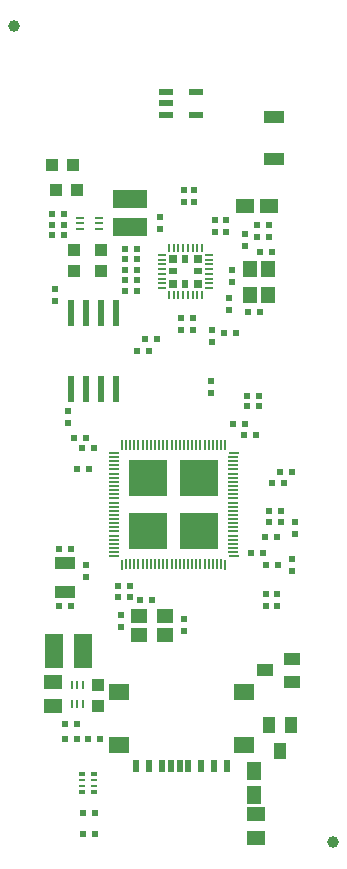
<source format=gbr>
%TF.GenerationSoftware,KiCad,Pcbnew,7.0.9-7.0.9~ubuntu22.04.1*%
%TF.CreationDate,2024-11-21T15:58:10+02:00*%
%TF.ProjectId,ESP32-P4-DevKit_Rev_B,45535033-322d-4503-942d-4465764b6974,B*%
%TF.SameCoordinates,PX80befc0PY7459280*%
%TF.FileFunction,Paste,Bot*%
%TF.FilePolarity,Positive*%
%FSLAX46Y46*%
G04 Gerber Fmt 4.6, Leading zero omitted, Abs format (unit mm)*
G04 Created by KiCad (PCBNEW 7.0.9-7.0.9~ubuntu22.04.1) date 2024-11-21 15:58:10*
%MOMM*%
%LPD*%
G01*
G04 APERTURE LIST*
%ADD10R,0.500000X0.550000*%
%ADD11R,0.550000X0.500000*%
%ADD12R,1.760000X1.460000*%
%ADD13R,0.500000X1.000000*%
%ADD14R,1.400000X1.000000*%
%ADD15R,1.016000X1.016000*%
%ADD16R,1.600000X3.000000*%
%ADD17R,1.524000X1.270000*%
%ADD18R,1.200000X1.400000*%
%ADD19R,1.400000X1.200000*%
%ADD20R,1.800000X1.000000*%
%ADD21R,3.300000X3.100000*%
%ADD22R,0.850000X0.175000*%
%ADD23R,0.900000X0.175000*%
%ADD24R,0.175000X0.850000*%
%ADD25R,0.175000X0.900000*%
%ADD26R,3.000000X1.600000*%
%ADD27R,0.600000X2.200000*%
%ADD28C,1.000000*%
%ADD29R,0.230000X0.750000*%
%ADD30R,1.270000X1.524000*%
%ADD31R,0.211000X0.800000*%
%ADD32R,0.800000X0.211000*%
%ADD33R,0.700000X0.700000*%
%ADD34R,0.600000X0.700000*%
%ADD35R,0.700000X0.600000*%
%ADD36R,1.778000X1.016000*%
%ADD37R,0.750000X0.230000*%
%ADD38R,0.605000X0.305000*%
%ADD39R,0.605000X0.230000*%
%ADD40R,1.200000X0.550000*%
%ADD41R,1.000000X1.400000*%
G04 APERTURE END LIST*
D10*
X23115000Y52658000D03*
X22099000Y52658000D03*
X22861000Y24845000D03*
X23877000Y24845000D03*
X7367000Y2112000D03*
X8383000Y2112000D03*
D11*
X18162000Y39450000D03*
X18162000Y40466000D03*
D12*
X21000000Y9650000D03*
X21000000Y14100000D03*
X10400000Y9650000D03*
X10400000Y14100000D03*
D13*
X11850000Y7900000D03*
X12950000Y7900000D03*
X14050000Y7900000D03*
X14800000Y7900000D03*
X16250000Y7900000D03*
X17350000Y7900000D03*
X18450000Y7900000D03*
X19550000Y7900000D03*
X15500000Y7900000D03*
D11*
X6097000Y36910000D03*
X6097000Y37926000D03*
D10*
X11304000Y22178000D03*
X10288000Y22178000D03*
D14*
X24984440Y16904960D03*
X24984440Y15002500D03*
X22774640Y15957540D03*
D15*
X6859000Y56595000D03*
X5081000Y56595000D03*
D11*
X19686000Y46435000D03*
X19686000Y47451000D03*
D10*
X22353000Y46308000D03*
X21337000Y46308000D03*
X13590000Y44022000D03*
X12574000Y44022000D03*
D16*
X7297000Y17606000D03*
X4897000Y17606000D03*
D17*
X21972000Y3763000D03*
X21972000Y1731000D03*
D15*
X6605000Y51515000D03*
X6605000Y49737000D03*
X8637000Y14685000D03*
X8637000Y12907000D03*
D10*
X10923000Y51642000D03*
X11939000Y51642000D03*
D15*
X8891000Y51515000D03*
X8891000Y49737000D03*
D18*
X23026000Y49948000D03*
X21426000Y47748000D03*
X21426000Y49948000D03*
X23026000Y47748000D03*
D19*
X12109000Y20558000D03*
X14309000Y18958000D03*
X12109000Y18958000D03*
X14309000Y20558000D03*
D11*
X23750000Y21416000D03*
X23750000Y22432000D03*
D10*
X5335000Y21416000D03*
X6351000Y21416000D03*
D11*
X13844000Y53293000D03*
X13844000Y54309000D03*
X4954000Y47197000D03*
X4954000Y48213000D03*
D20*
X5843000Y22579000D03*
X5843000Y25079000D03*
D10*
X20321000Y44530000D03*
X19305000Y44530000D03*
D21*
X12850000Y27750000D03*
X17150000Y27750000D03*
X12850000Y32250000D03*
X17150000Y32250000D03*
D22*
X9925000Y25625000D03*
D23*
X9950000Y25975000D03*
X9950000Y26325000D03*
X9950000Y26675000D03*
X9950000Y27025000D03*
X9950000Y27375000D03*
X9950000Y27725000D03*
X9950000Y28075000D03*
X9950000Y28425000D03*
X9950000Y28775000D03*
X9950000Y29125000D03*
X9950000Y29475000D03*
X9950000Y29825000D03*
X9950000Y30175000D03*
X9950000Y30525000D03*
X9950000Y30875000D03*
X9950000Y31225000D03*
X9950000Y31575000D03*
X9950000Y31925000D03*
X9950000Y32275000D03*
X9950000Y32625000D03*
X9950000Y32975000D03*
X9950000Y33325000D03*
X9950000Y33675000D03*
X9950000Y34025000D03*
D22*
X9925000Y34375000D03*
D24*
X10625000Y35075000D03*
D25*
X10975000Y35050000D03*
X11325000Y35050000D03*
X11675000Y35050000D03*
X12025000Y35050000D03*
X12375000Y35050000D03*
X12725000Y35050000D03*
X13075000Y35050000D03*
X13425000Y35050000D03*
X13775000Y35050000D03*
X14125000Y35050000D03*
X14475000Y35050000D03*
X14825000Y35050000D03*
X15175000Y35050000D03*
X15525000Y35050000D03*
X15875000Y35050000D03*
X16225000Y35050000D03*
X16575000Y35050000D03*
X16925000Y35050000D03*
X17275000Y35050000D03*
X17625000Y35050000D03*
X17975000Y35050000D03*
X18325000Y35050000D03*
X18675000Y35050000D03*
X19025000Y35050000D03*
D24*
X19375000Y35075000D03*
D22*
X20075000Y34375000D03*
D23*
X20050000Y34025000D03*
X20050000Y33675000D03*
X20050000Y33325000D03*
X20050000Y32975000D03*
X20050000Y32625000D03*
X20050000Y32275000D03*
X20050000Y31925000D03*
X20050000Y31575000D03*
X20050000Y31225000D03*
X20050000Y30875000D03*
X20050000Y30525000D03*
X20050000Y30175000D03*
X20050000Y29825000D03*
X20050000Y29475000D03*
X20050000Y29125000D03*
X20050000Y28775000D03*
X20050000Y28425000D03*
X20050000Y28075000D03*
X20050000Y27725000D03*
X20050000Y27375000D03*
X20050000Y27025000D03*
X20050000Y26675000D03*
X20050000Y26325000D03*
X20050000Y25975000D03*
D22*
X20075000Y25625000D03*
D24*
X19375000Y24925000D03*
D25*
X19025000Y24950000D03*
X18675000Y24950000D03*
X18325000Y24950000D03*
X17975000Y24950000D03*
X17625000Y24950000D03*
X17275000Y24950000D03*
X16925000Y24950000D03*
X16575000Y24950000D03*
X16225000Y24950000D03*
X15875000Y24950000D03*
X15525000Y24950000D03*
X15175000Y24950000D03*
X14825000Y24950000D03*
X14475000Y24950000D03*
X14125000Y24950000D03*
X13775000Y24950000D03*
X13425000Y24950000D03*
X13075000Y24950000D03*
X12725000Y24950000D03*
X12375000Y24950000D03*
X12025000Y24950000D03*
X11675000Y24950000D03*
X11325000Y24950000D03*
X10975000Y24950000D03*
D24*
X10625000Y24925000D03*
D10*
X6859000Y10113000D03*
X5843000Y10113000D03*
D11*
X21083000Y52912000D03*
X21083000Y51896000D03*
D10*
X6859000Y32973000D03*
X7875000Y32973000D03*
D15*
X6478000Y58754000D03*
X4700000Y58754000D03*
D11*
X18543000Y53039000D03*
X18543000Y54055000D03*
D10*
X10923000Y50753000D03*
X11939000Y50753000D03*
X7748000Y10113000D03*
X8764000Y10113000D03*
X12955000Y43006000D03*
X11939000Y43006000D03*
X21972000Y35894000D03*
X20956000Y35894000D03*
D26*
X11304000Y53490000D03*
X11304000Y55890000D03*
D11*
X25274000Y27512000D03*
X25274000Y28528000D03*
D10*
X5716000Y52785000D03*
X4700000Y52785000D03*
D11*
X15622000Y45800000D03*
X15622000Y44784000D03*
D10*
X24385000Y31830000D03*
X23369000Y31830000D03*
D27*
X6345000Y46235000D03*
X7615000Y46235000D03*
X8885000Y46235000D03*
X10155000Y46235000D03*
X10155000Y39765000D03*
X8885000Y39765000D03*
X7615000Y39765000D03*
X6345000Y39765000D03*
D11*
X15876000Y20273000D03*
X15876000Y19257000D03*
D28*
X1500000Y70500000D03*
D17*
X23115000Y55250000D03*
X21083000Y55250000D03*
D11*
X15876000Y55579000D03*
X15876000Y56595000D03*
D10*
X5716000Y54563000D03*
X4700000Y54563000D03*
X23750000Y27258000D03*
X22734000Y27258000D03*
D29*
X6359000Y13148000D03*
X6859000Y13148000D03*
X7359000Y13148000D03*
X6359000Y14698000D03*
X6859000Y14698000D03*
X7359000Y14698000D03*
D10*
X22099000Y53674000D03*
X23115000Y53674000D03*
D17*
X4827000Y14939000D03*
X4827000Y12907000D03*
D10*
X22353000Y51388000D03*
X23369000Y51388000D03*
X7621000Y35640000D03*
X6605000Y35640000D03*
D11*
X22861000Y21416000D03*
X22861000Y22432000D03*
X19432000Y53039000D03*
X19432000Y54055000D03*
D28*
X28500000Y1400000D03*
D10*
X5335000Y26242000D03*
X6351000Y26242000D03*
X10923000Y48086000D03*
X11939000Y48086000D03*
X7367000Y3890000D03*
X8383000Y3890000D03*
X21210000Y38307000D03*
X22226000Y38307000D03*
X11304000Y23067000D03*
X10288000Y23067000D03*
D30*
X21845000Y7446000D03*
X21845000Y5414000D03*
D31*
X17403000Y51737000D03*
X17003000Y51737000D03*
X16603000Y51737000D03*
X16203000Y51737000D03*
X15803000Y51737000D03*
X15403000Y51737000D03*
X15003000Y51737000D03*
X14603000Y51737000D03*
D32*
X18003000Y51137000D03*
X14003000Y51137000D03*
D33*
X17053000Y50787000D03*
D34*
X16003000Y50787000D03*
D33*
X14953000Y50787000D03*
D32*
X18003000Y50737000D03*
X14003000Y50737000D03*
X18003000Y50337000D03*
X14003000Y50337000D03*
X18003000Y49937000D03*
X14003000Y49937000D03*
D35*
X17053000Y49737000D03*
X14953000Y49737000D03*
D32*
X18003000Y49537000D03*
X14003000Y49537000D03*
X18003000Y49137000D03*
X14003000Y49137000D03*
X18003000Y48737000D03*
X14003000Y48737000D03*
D33*
X17053000Y48687000D03*
D34*
X16003000Y48687000D03*
D33*
X14953000Y48687000D03*
D32*
X18003000Y48337000D03*
X14003000Y48337000D03*
D31*
X17403000Y47737000D03*
X17003000Y47737000D03*
X16603000Y47737000D03*
X16203000Y47737000D03*
X15803000Y47737000D03*
X15403000Y47737000D03*
X15003000Y47737000D03*
X14603000Y47737000D03*
D36*
X23496000Y59262000D03*
X23496000Y62818000D03*
D11*
X16638000Y45800000D03*
X16638000Y44784000D03*
D10*
X10923000Y48975000D03*
X11939000Y48975000D03*
X6859000Y11383000D03*
X5843000Y11383000D03*
X20067000Y36783000D03*
X21083000Y36783000D03*
D11*
X16765000Y55579000D03*
X16765000Y56595000D03*
D10*
X12193000Y21924000D03*
X13209000Y21924000D03*
X8256000Y34751000D03*
X7240000Y34751000D03*
D37*
X7100000Y54301000D03*
X7100000Y53801000D03*
X7100000Y53301000D03*
X8650000Y54301000D03*
X8650000Y53801000D03*
X8650000Y53301000D03*
D10*
X24131000Y28528000D03*
X23115000Y28528000D03*
D38*
X8260500Y7220000D03*
X7235500Y7220000D03*
D39*
X8260500Y6680000D03*
X7235500Y6680000D03*
X8260500Y6180000D03*
X7235500Y6180000D03*
D38*
X8260500Y5640000D03*
X7235500Y5640000D03*
D10*
X24131000Y29417000D03*
X23115000Y29417000D03*
X22607000Y25861000D03*
X21591000Y25861000D03*
D11*
X7621000Y23829000D03*
X7621000Y24845000D03*
X10542000Y19638000D03*
X10542000Y20654000D03*
D10*
X25020000Y32719000D03*
X24004000Y32719000D03*
D40*
X14322000Y63011000D03*
X14322000Y63961000D03*
X14322000Y64911000D03*
X16922000Y64911000D03*
X16922000Y63011000D03*
D10*
X10923000Y49864000D03*
X11939000Y49864000D03*
D11*
X18289000Y44784000D03*
X18289000Y43768000D03*
D10*
X21210000Y39196000D03*
X22226000Y39196000D03*
D41*
X23054040Y11347440D03*
X24956500Y11347440D03*
X24001460Y9137640D03*
D11*
X25020000Y25353000D03*
X25020000Y24337000D03*
D10*
X5716000Y53674000D03*
X4700000Y53674000D03*
D11*
X19940000Y48848000D03*
X19940000Y49864000D03*
M02*

</source>
